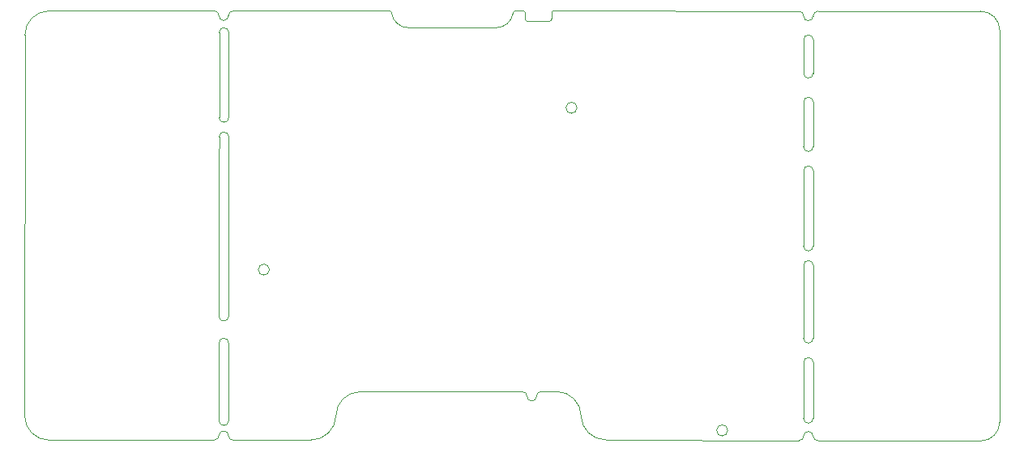
<source format=gm1>
G04 #@! TF.GenerationSoftware,KiCad,Pcbnew,(6.0.0)*
G04 #@! TF.CreationDate,2022-01-31T09:48:03+01:00*
G04 #@! TF.ProjectId,lora,6c6f7261-2e6b-4696-9361-645f70636258,v2.0*
G04 #@! TF.SameCoordinates,Original*
G04 #@! TF.FileFunction,Profile,NP*
%FSLAX46Y46*%
G04 Gerber Fmt 4.6, Leading zero omitted, Abs format (unit mm)*
G04 Created by KiCad (PCBNEW (6.0.0)) date 2022-01-31 09:48:03*
%MOMM*%
%LPD*%
G01*
G04 APERTURE LIST*
G04 #@! TA.AperFunction,Profile*
%ADD10C,0.050000*%
G04 #@! TD*
G04 APERTURE END LIST*
D10*
X222064000Y-135890000D02*
G75*
G03*
X222064000Y-135890000I-576000J0D01*
G01*
X250500000Y-94000000D02*
X250500000Y-135000000D01*
X231000000Y-94988000D02*
G75*
G03*
X230000000Y-94988000I-500000J0D01*
G01*
X248500000Y-92000000D02*
X231499210Y-92002410D01*
X229510790Y-92002410D02*
X203914810Y-91951610D01*
X248500000Y-137000000D02*
X231499210Y-136956800D01*
X229510790Y-136953190D02*
X209314233Y-136873113D01*
X230000000Y-101500000D02*
X230000000Y-102000000D01*
X231000000Y-102000000D02*
X231000000Y-101500000D01*
X231000000Y-101500000D02*
G75*
G03*
X230000000Y-101500000I-500000J0D01*
G01*
X230000000Y-105000000D02*
X230000000Y-106180000D01*
X231000000Y-106180000D02*
X231000000Y-105000000D01*
X230000000Y-106180000D02*
G75*
G03*
X231000000Y-106180000I500000J0D01*
G01*
X230000000Y-108704000D02*
X230000000Y-110000000D01*
X231000000Y-110000000D02*
X231000000Y-108704000D01*
X231000000Y-108704000D02*
G75*
G03*
X230000000Y-108704000I-500000J0D01*
G01*
X230000000Y-116594000D02*
G75*
G03*
X231000000Y-116594000I500000J0D01*
G01*
X230000000Y-118610000D02*
X230000000Y-126246000D01*
X231000000Y-126246000D02*
X231000000Y-118610000D01*
X231000000Y-118610000D02*
G75*
G03*
X230000000Y-118610000I-500000J0D01*
G01*
X230000000Y-126246000D02*
G75*
G03*
X231000000Y-126246000I500000J0D01*
G01*
X230000000Y-128770000D02*
X230000000Y-133000000D01*
X231000000Y-133000000D02*
X231000000Y-128770000D01*
X231000000Y-128770000D02*
G75*
G03*
X230000000Y-128770000I-500000J0D01*
G01*
X230000000Y-133000000D02*
X230000000Y-134628000D01*
X231000000Y-134628000D02*
X231000000Y-133000000D01*
X230000000Y-134628000D02*
G75*
G03*
X231000000Y-134628000I500000J0D01*
G01*
X231000000Y-94988000D02*
X231000000Y-98500000D01*
X230000000Y-98500000D02*
X230000000Y-94988000D01*
X231000000Y-105000000D02*
X231000000Y-102000000D01*
X230000000Y-102000000D02*
X230000000Y-105000000D01*
X231000000Y-110000000D02*
X231000000Y-116594000D01*
X230000000Y-116594000D02*
X230000000Y-110000000D01*
X169910000Y-117348000D02*
X169910000Y-123942000D01*
X200914000Y-92811600D02*
G75*
G03*
X201168000Y-93065600I254000J0D01*
G01*
X186944000Y-92202000D02*
G75*
G03*
X186690000Y-91948000I-254000J0D01*
G01*
X200660000Y-91948000D02*
X199898000Y-91948000D01*
X248500000Y-137000000D02*
G75*
G03*
X250500000Y-135000000I1J1999999D01*
G01*
X206738131Y-134369215D02*
G75*
G03*
X204198131Y-131829215I-2540001J-1D01*
G01*
X168402001Y-136906001D02*
G75*
G03*
X168910001Y-136398001I-1J508001D01*
G01*
X168910000Y-116052000D02*
X168910000Y-107696000D01*
X203914810Y-91951610D02*
G75*
G03*
X203660810Y-92205610I0J-254000D01*
G01*
X200914000Y-92202000D02*
X200914000Y-92811600D01*
X200914000Y-92202000D02*
G75*
G03*
X200660000Y-91948000I-254000J0D01*
G01*
X168918000Y-94226000D02*
X168918000Y-95522000D01*
X168910000Y-134882000D02*
G75*
G03*
X169910000Y-134882000I500000J0D01*
G01*
X168918000Y-105148000D02*
X168910000Y-107696000D01*
X168891216Y-92464303D02*
G75*
G03*
X169891216Y-92464303I500000J4516D01*
G01*
X169918000Y-95522000D02*
X169918000Y-103132000D01*
X186944000Y-92202000D02*
G75*
G03*
X188722000Y-93726000I1750816J243452D01*
G01*
X201091189Y-132323589D02*
G75*
G03*
X202082399Y-132333999I495706J4432D01*
G01*
X231499210Y-92002410D02*
G75*
G03*
X230991210Y-92510410I1J-508001D01*
G01*
X178543949Y-136887949D02*
X170390421Y-136909611D01*
X206738131Y-134369215D02*
G75*
G03*
X209314233Y-136873113I2576098J73241D01*
G01*
X202590399Y-131825999D02*
X204198131Y-131829215D01*
X206316000Y-102108000D02*
G75*
G03*
X206316000Y-102108000I-576000J0D01*
G01*
X203406810Y-93065600D02*
G75*
G03*
X203660810Y-92811600I0J254000D01*
G01*
X200601979Y-131825999D02*
X183660051Y-131844051D01*
X148590000Y-134366000D02*
G75*
G03*
X151130000Y-136906000I2540001J1D01*
G01*
X169910000Y-128534000D02*
X169910000Y-134882000D01*
X231000000Y-136500000D02*
G75*
G03*
X231499210Y-136956800I458601J0D01*
G01*
X178543949Y-136887949D02*
G75*
G03*
X181120051Y-134384051I-3J2577146D01*
G01*
X230000000Y-98500000D02*
G75*
G03*
X231000000Y-98500000I500000J0D01*
G01*
X231000000Y-92500000D02*
X231000000Y-92500000D01*
X168910000Y-134882000D02*
X168910000Y-128534000D01*
X174166000Y-119060000D02*
G75*
G03*
X174166000Y-119060000I-576000J0D01*
G01*
X168910000Y-116052000D02*
X168910000Y-117348000D01*
X169918000Y-105148000D02*
G75*
G03*
X168918000Y-105148000I-500000J0D01*
G01*
X169910000Y-126738000D02*
G75*
G03*
X168910000Y-126738000I-500000J0D01*
G01*
X188722000Y-93726000D02*
X197866000Y-93726000D01*
X250500000Y-94000000D02*
G75*
G03*
X248500000Y-92000000I-1999999J1D01*
G01*
X199898000Y-91948000D02*
G75*
G03*
X199644000Y-92202000I0J-254000D01*
G01*
X186690000Y-91948000D02*
X170390426Y-91966713D01*
X168910000Y-123942000D02*
X168910000Y-117348000D01*
X170390426Y-91966712D02*
G75*
G03*
X169891216Y-92464303I-2J-499211D01*
G01*
X203660810Y-92205610D02*
X203660810Y-92811600D01*
X183660051Y-131844051D02*
G75*
G03*
X181120051Y-134384051I1J-2540001D01*
G01*
X201091189Y-132323589D02*
G75*
G03*
X200601979Y-131825999I-489223J8297D01*
G01*
X151148051Y-91966051D02*
G75*
G03*
X148608051Y-94506051I1J-2540001D01*
G01*
X197866000Y-93726000D02*
G75*
G03*
X199644000Y-92202000I-1J1799168D01*
G01*
X168891216Y-92464303D02*
G75*
G03*
X168402006Y-91966713I-489253J8267D01*
G01*
X148590000Y-134366000D02*
X148608051Y-94506051D01*
X169910000Y-107696000D02*
X169918000Y-105148000D01*
X230000000Y-92500000D02*
G75*
G03*
X230991210Y-92510410I495706J4432D01*
G01*
X203406810Y-93065600D02*
X201168000Y-93065600D01*
X169891211Y-136452811D02*
G75*
G03*
X170390421Y-136909611I458601J0D01*
G01*
X169918000Y-94226000D02*
G75*
G03*
X168918000Y-94226000I-500000J0D01*
G01*
X169918000Y-95522000D02*
X169918000Y-94226000D01*
X229510790Y-136953190D02*
G75*
G03*
X230018790Y-136445190I-1J508001D01*
G01*
X168918000Y-103132000D02*
G75*
G03*
X169918000Y-103132000I500000J0D01*
G01*
X169891211Y-136452811D02*
G75*
G03*
X168910001Y-136398001I-492136J0D01*
G01*
X169910000Y-117348000D02*
X169910000Y-116052000D01*
X168402001Y-136906001D02*
X151130000Y-136906000D01*
X168910000Y-123942000D02*
G75*
G03*
X169910000Y-123942000I500000J0D01*
G01*
X169910000Y-128534000D02*
X169910000Y-126738000D01*
X230000001Y-92500000D02*
G75*
G03*
X229510790Y-92002410I-489217J8303D01*
G01*
X202590399Y-131825999D02*
G75*
G03*
X202082399Y-132333999I1J-508001D01*
G01*
X168918000Y-103132000D02*
X168918000Y-95522000D01*
X168910000Y-126738000D02*
X168910000Y-128534000D01*
X169891216Y-92464303D02*
X169891216Y-92464303D01*
X231000000Y-136500000D02*
G75*
G03*
X230018790Y-136445190I-492136J0D01*
G01*
X168402006Y-91966713D02*
X151148051Y-91966051D01*
X169910000Y-107696000D02*
X169910000Y-116052000D01*
M02*

</source>
